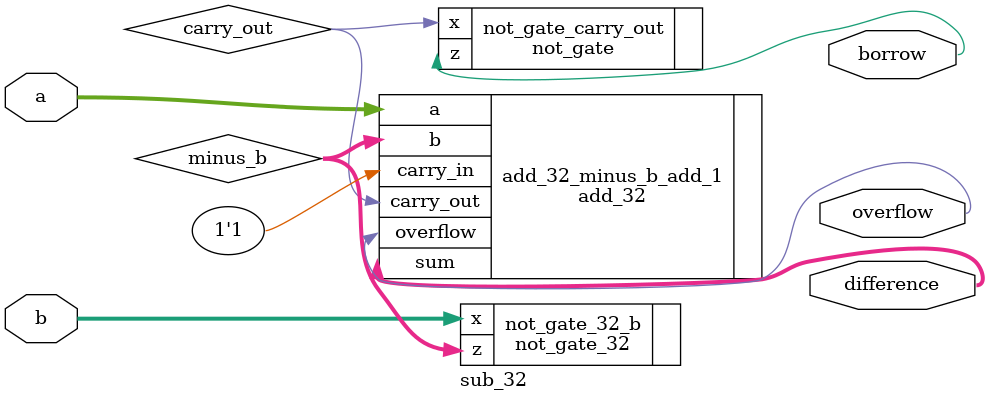
<source format=v>
`include "../src/add_32.v"
`include "../lib/not_gate_32.v"
`include "../lib/not_gate.v"

module sub_32(a, b, difference, borrow, overflow);

    input [31:0] a, b;
    output [31:0] difference;
    output borrow, overflow;

    wire [31:0] minus_b;
    wire carry_out;

    not_gate_32 not_gate_32_b(.x(b), .z(minus_b));
    add_32 add_32_minus_b_add_1(
        .a(a),
        .b(minus_b),
        .carry_in(1'b1),
        .sum(difference),
        .carry_out(carry_out),
        .overflow(overflow)
    );
    not_gate not_gate_carry_out(.x(carry_out), .z(borrow));

endmodule

</source>
